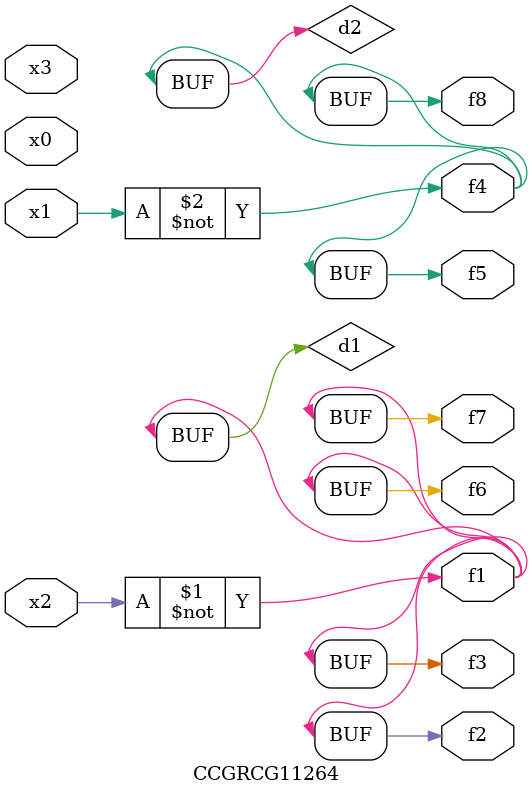
<source format=v>
module CCGRCG11264(
	input x0, x1, x2, x3,
	output f1, f2, f3, f4, f5, f6, f7, f8
);

	wire d1, d2;

	xnor (d1, x2);
	not (d2, x1);
	assign f1 = d1;
	assign f2 = d1;
	assign f3 = d1;
	assign f4 = d2;
	assign f5 = d2;
	assign f6 = d1;
	assign f7 = d1;
	assign f8 = d2;
endmodule

</source>
